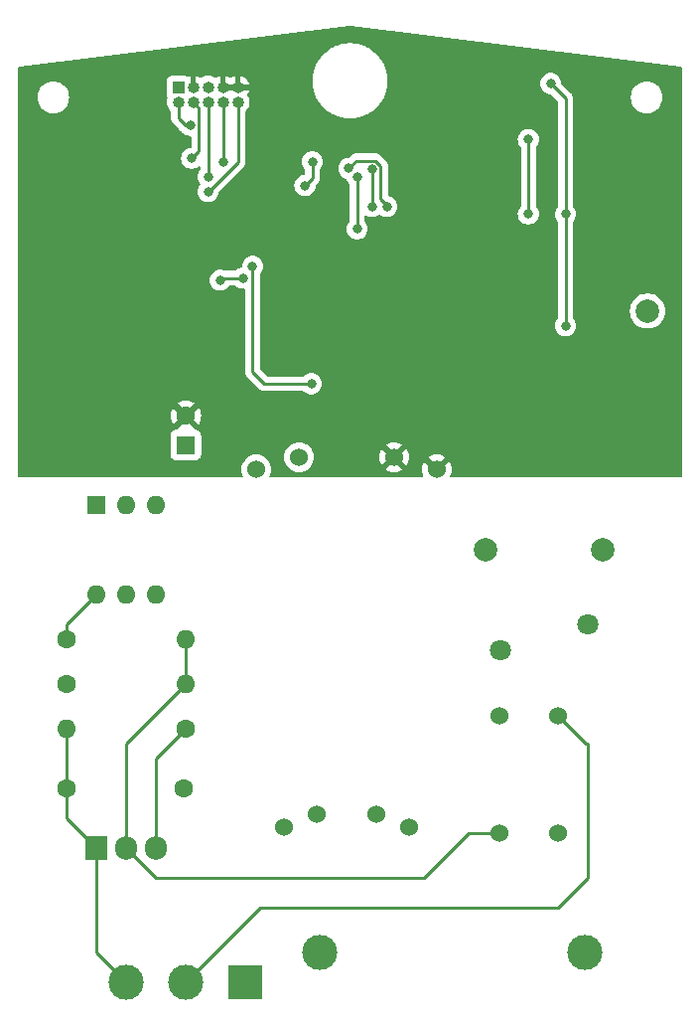
<source format=gbr>
%TF.GenerationSoftware,KiCad,Pcbnew,7.0.9*%
%TF.CreationDate,2023-12-31T17:17:44+01:00*%
%TF.ProjectId,power_switch,706f7765-725f-4737-9769-7463682e6b69,rev?*%
%TF.SameCoordinates,Original*%
%TF.FileFunction,Copper,L2,Bot*%
%TF.FilePolarity,Positive*%
%FSLAX46Y46*%
G04 Gerber Fmt 4.6, Leading zero omitted, Abs format (unit mm)*
G04 Created by KiCad (PCBNEW 7.0.9) date 2023-12-31 17:17:44*
%MOMM*%
%LPD*%
G01*
G04 APERTURE LIST*
%TA.AperFunction,ComponentPad*%
%ADD10R,1.905000X2.000000*%
%TD*%
%TA.AperFunction,ComponentPad*%
%ADD11O,1.905000X2.000000*%
%TD*%
%TA.AperFunction,ComponentPad*%
%ADD12C,1.800000*%
%TD*%
%TA.AperFunction,ComponentPad*%
%ADD13C,1.600000*%
%TD*%
%TA.AperFunction,ComponentPad*%
%ADD14O,1.600000X1.600000*%
%TD*%
%TA.AperFunction,ComponentPad*%
%ADD15C,2.000000*%
%TD*%
%TA.AperFunction,ComponentPad*%
%ADD16R,1.000000X1.000000*%
%TD*%
%TA.AperFunction,ComponentPad*%
%ADD17O,1.000000X1.000000*%
%TD*%
%TA.AperFunction,ComponentPad*%
%ADD18C,3.000000*%
%TD*%
%TA.AperFunction,ComponentPad*%
%ADD19R,1.600000X1.600000*%
%TD*%
%TA.AperFunction,ComponentPad*%
%ADD20R,3.000000X3.000000*%
%TD*%
%TA.AperFunction,ComponentPad*%
%ADD21C,1.524000*%
%TD*%
%TA.AperFunction,ViaPad*%
%ADD22C,0.800000*%
%TD*%
%TA.AperFunction,Conductor*%
%ADD23C,0.250000*%
%TD*%
G04 APERTURE END LIST*
D10*
%TO.P,Q1,1,A1*%
%TO.N,L_OUT*%
X106680000Y-96520000D03*
D11*
%TO.P,Q1,2,A2*%
%TO.N,L_FUSED*%
X109220000Y-96520000D03*
%TO.P,Q1,3,G*%
%TO.N,Net-(Q1-G)*%
X111760000Y-96520000D03*
%TD*%
D12*
%TO.P,RV1,1*%
%TO.N,L_FUSED*%
X148590000Y-77470000D03*
%TO.P,RV1,2*%
%TO.N,N*%
X141090000Y-79670000D03*
%TD*%
D13*
%TO.P,R2,1*%
%TO.N,Net-(Q1-G)*%
X114300000Y-86360000D03*
D14*
%TO.P,R2,2*%
%TO.N,L_OUT*%
X104140000Y-86360000D03*
%TD*%
D15*
%TO.P,AE1,1,A*%
%TO.N,Net-(AE1-A)*%
X153670000Y-50800000D03*
%TD*%
D16*
%TO.P,J2,1,Pin_1*%
%TO.N,+3V3*%
X113655000Y-31760000D03*
D17*
%TO.P,J2,2,Pin_2*%
%TO.N,TMS*%
X113655000Y-33030000D03*
%TO.P,J2,3,Pin_3*%
%TO.N,GND*%
X114925000Y-31760000D03*
%TO.P,J2,4,Pin_4*%
%TO.N,TCK*%
X114925000Y-33030000D03*
%TO.P,J2,5,Pin_5*%
%TO.N,unconnected-(J2-Pin_5-Pad5)*%
X116195000Y-31760000D03*
%TO.P,J2,6,Pin_6*%
%TO.N,TDO*%
X116195000Y-33030000D03*
%TO.P,J2,7,Pin_7*%
%TO.N,GND*%
X117465000Y-31760000D03*
%TO.P,J2,8,Pin_8*%
%TO.N,TDI*%
X117465000Y-33030000D03*
%TO.P,J2,9,Pin_9*%
%TO.N,GND*%
X118735000Y-31760000D03*
%TO.P,J2,10,Pin_10*%
%TO.N,nSRST*%
X118735000Y-33030000D03*
%TD*%
D13*
%TO.P,R4,1*%
%TO.N,Net-(C5-Pad1)*%
X104140000Y-82550000D03*
D14*
%TO.P,R4,2*%
%TO.N,L_FUSED*%
X114300000Y-82550000D03*
%TD*%
D13*
%TO.P,C5,1*%
%TO.N,Net-(C5-Pad1)*%
X114140000Y-91440000D03*
%TO.P,C5,2*%
%TO.N,L_OUT*%
X104140000Y-91440000D03*
%TD*%
D18*
%TO.P,F1,1*%
%TO.N,L_IN*%
X125730000Y-105410000D03*
%TO.P,F1,2*%
%TO.N,L_FUSED*%
X148330000Y-105410000D03*
%TD*%
D19*
%TO.P,C2,1*%
%TO.N,+5V*%
X114300000Y-62230000D03*
D13*
%TO.P,C2,2*%
%TO.N,GND*%
X114300000Y-59730000D03*
%TD*%
%TO.P,R3,1*%
%TO.N,Net-(R3-Pad1)*%
X104140000Y-78740000D03*
D14*
%TO.P,R3,2*%
%TO.N,L_FUSED*%
X114300000Y-78740000D03*
%TD*%
D20*
%TO.P,J1,1,Pin_1*%
%TO.N,L_IN*%
X119380000Y-107950000D03*
D18*
%TO.P,J1,2,Pin_2*%
%TO.N,N*%
X114300000Y-107950000D03*
%TO.P,J1,3,Pin_3*%
%TO.N,L_OUT*%
X109220000Y-107950000D03*
%TD*%
D19*
%TO.P,U2,1*%
%TO.N,Net-(R1-Pad2)*%
X106670000Y-67320000D03*
D14*
%TO.P,U2,2*%
%TO.N,GND*%
X109210000Y-67320000D03*
%TO.P,U2,3,NC*%
%TO.N,unconnected-(U2-NC-Pad3)*%
X111750000Y-67320000D03*
%TO.P,U2,4*%
%TO.N,Net-(Q1-G)*%
X111750000Y-74940000D03*
%TO.P,U2,5,NC*%
%TO.N,unconnected-(U2-NC-Pad5)*%
X109210000Y-74940000D03*
%TO.P,U2,6*%
%TO.N,Net-(R3-Pad1)*%
X106670000Y-74940000D03*
%TD*%
D15*
%TO.P,C1,1*%
%TO.N,L_FUSED*%
X149860000Y-71120000D03*
%TO.P,C1,2*%
%TO.N,N*%
X139860000Y-71120000D03*
%TD*%
D21*
%TO.P,PS1,1,AC/L*%
%TO.N,Net-(PS1-AC{slash}L)*%
X133350000Y-94750000D03*
X130500000Y-93700000D03*
%TO.P,PS1,2,AC/N*%
%TO.N,Net-(PS1-AC{slash}N)*%
X122650000Y-94750000D03*
X125500000Y-93700000D03*
%TO.P,PS1,3,-Vout*%
%TO.N,GND*%
X135700000Y-64300000D03*
X132050000Y-63250000D03*
%TO.P,PS1,4,+Vout*%
%TO.N,+5V*%
X120300000Y-64300000D03*
X123950000Y-63250000D03*
%TD*%
%TO.P,FL1,1,1*%
%TO.N,L_FUSED*%
X141050000Y-95250000D03*
%TO.P,FL1,2,2*%
%TO.N,Net-(PS1-AC{slash}L)*%
X146050000Y-95250000D03*
%TO.P,FL1,3,3*%
%TO.N,N*%
X146050000Y-85250000D03*
%TO.P,FL1,4,4*%
%TO.N,Net-(PS1-AC{slash}N)*%
X141050000Y-85250000D03*
%TD*%
D22*
%TO.N,GND*%
X109220000Y-48260000D03*
X115570000Y-50800000D03*
X121920000Y-49530000D03*
X130810000Y-53340000D03*
X130810000Y-50800000D03*
X137795000Y-29000000D03*
X145000000Y-35000000D03*
X109000000Y-40000000D03*
X110000000Y-36000000D03*
X140000000Y-33000000D03*
X148000000Y-35000000D03*
X115000000Y-42000000D03*
X117179500Y-42000000D03*
%TO.N,+3V3*%
X146685000Y-42545000D03*
X119179500Y-48000000D03*
X146685000Y-52070000D03*
X145415000Y-31435000D03*
X117230500Y-48185100D03*
%TO.N,BTN2*%
X120000000Y-47000000D03*
X125000000Y-57000000D03*
%TO.N,TMS*%
X114700499Y-35014500D03*
%TO.N,TCK*%
X114791382Y-37808972D03*
%TO.N,SPI_SCK*%
X143510000Y-42545000D03*
X143510000Y-36195000D03*
%TO.N,SPI_MISO*%
X130175000Y-41910000D03*
X130175000Y-38735000D03*
%TO.N,SPI_CS2*%
X124460000Y-40114500D03*
X125095000Y-38100000D03*
%TO.N,SPI_RST*%
X128905000Y-43815000D03*
X128905000Y-39370000D03*
%TO.N,SPI_INT*%
X128198245Y-38663245D03*
X131445000Y-41910000D03*
%TO.N,TDO*%
X116205000Y-39370000D03*
%TO.N,TDI*%
X117475000Y-38100000D03*
%TO.N,nSRST*%
X116205000Y-40640000D03*
%TD*%
D23*
%TO.N,L_OUT*%
X106680000Y-96520000D02*
X106680000Y-105410000D01*
X104140000Y-93980000D02*
X106680000Y-96520000D01*
X104140000Y-86360000D02*
X104140000Y-91440000D01*
X104140000Y-91440000D02*
X104140000Y-93980000D01*
X106680000Y-105410000D02*
X109220000Y-107950000D01*
%TO.N,N*%
X148590000Y-87630000D02*
X148430000Y-87630000D01*
X148430000Y-87630000D02*
X146050000Y-85250000D01*
X120650000Y-101600000D02*
X146050000Y-101600000D01*
X146050000Y-101600000D02*
X148590000Y-99060000D01*
X114300000Y-107950000D02*
X120650000Y-101600000D01*
X148590000Y-99060000D02*
X148590000Y-87630000D01*
%TO.N,Net-(Q1-G)*%
X111760000Y-88900000D02*
X114300000Y-86360000D01*
X111760000Y-96520000D02*
X111760000Y-88900000D01*
%TO.N,Net-(R3-Pad1)*%
X104140000Y-78740000D02*
X104140000Y-77470000D01*
X104140000Y-77470000D02*
X106670000Y-74940000D01*
%TO.N,L_FUSED*%
X114300000Y-82550000D02*
X114300000Y-78740000D01*
X138430000Y-95250000D02*
X134620000Y-99060000D01*
X109220000Y-87630000D02*
X114300000Y-82550000D01*
X111760000Y-99060000D02*
X109220000Y-96520000D01*
X141050000Y-95250000D02*
X138430000Y-95250000D01*
X134620000Y-99060000D02*
X111760000Y-99060000D01*
X109220000Y-96520000D02*
X109220000Y-87630000D01*
%TO.N,+3V3*%
X146685000Y-32705000D02*
X145415000Y-31435000D01*
X117415600Y-48000000D02*
X117230500Y-48185100D01*
X146685000Y-52070000D02*
X146685000Y-42545000D01*
X146685000Y-42545000D02*
X146685000Y-32705000D01*
X119179500Y-48000000D02*
X117415600Y-48000000D01*
%TO.N,BTN2*%
X121000000Y-57000000D02*
X125000000Y-57000000D01*
X120000000Y-47000000D02*
X120000000Y-56000000D01*
X120000000Y-56000000D02*
X121000000Y-57000000D01*
%TO.N,TMS*%
X113655000Y-34369500D02*
X114300000Y-35014500D01*
X113655000Y-33030000D02*
X113655000Y-34369500D01*
X114300000Y-35014500D02*
X114700499Y-35014500D01*
%TO.N,TCK*%
X115424999Y-33529999D02*
X115424999Y-37175355D01*
X115424999Y-37175355D02*
X114791382Y-37808972D01*
X114925000Y-33030000D02*
X115424999Y-33529999D01*
%TO.N,SPI_SCK*%
X143510000Y-36195000D02*
X143510000Y-42545000D01*
%TO.N,SPI_MISO*%
X130175000Y-38735000D02*
X130175000Y-41910000D01*
%TO.N,SPI_CS2*%
X125095000Y-39479500D02*
X124460000Y-40114500D01*
X125095000Y-38100000D02*
X125095000Y-39479500D01*
%TO.N,SPI_RST*%
X128905000Y-43815000D02*
X128905000Y-39370000D01*
%TO.N,SPI_INT*%
X130900000Y-38434695D02*
X130475305Y-38010000D01*
X130475305Y-38010000D02*
X128851490Y-38010000D01*
X131445000Y-41820000D02*
X130900000Y-41275000D01*
X130900000Y-41275000D02*
X130900000Y-38434695D01*
X128851490Y-38010000D02*
X128198245Y-38663245D01*
X131445000Y-41910000D02*
X131445000Y-41820000D01*
%TO.N,TDO*%
X116195000Y-33030000D02*
X116195000Y-39360000D01*
X116195000Y-39360000D02*
X116205000Y-39370000D01*
%TO.N,TDI*%
X117465000Y-38090000D02*
X117475000Y-38100000D01*
X117465000Y-33030000D02*
X117465000Y-38090000D01*
%TO.N,nSRST*%
X118735000Y-38110000D02*
X116205000Y-40640000D01*
X118735000Y-33030000D02*
X118735000Y-38110000D01*
%TD*%
%TA.AperFunction,Conductor*%
%TO.N,GND*%
G36*
X156490722Y-29986987D02*
G01*
X156554836Y-30014751D01*
X156593764Y-30072771D01*
X156599500Y-30110049D01*
X156599500Y-64876000D01*
X156579815Y-64943039D01*
X156527011Y-64988794D01*
X156475500Y-65000000D01*
X136960689Y-65000000D01*
X136893650Y-64980315D01*
X136847895Y-64927511D01*
X136837951Y-64858353D01*
X136848307Y-64823596D01*
X136890419Y-64733284D01*
X136890424Y-64733270D01*
X136947573Y-64519986D01*
X136947575Y-64519976D01*
X136966821Y-64300000D01*
X136966821Y-64299999D01*
X136947575Y-64080023D01*
X136947573Y-64080013D01*
X136890424Y-63866729D01*
X136890420Y-63866720D01*
X136797098Y-63666590D01*
X136751740Y-63601811D01*
X136084903Y-64268647D01*
X136084949Y-64268102D01*
X136053734Y-64144838D01*
X135984187Y-64038388D01*
X135883843Y-63960287D01*
X135763578Y-63919000D01*
X135727447Y-63919000D01*
X136398187Y-63248258D01*
X136333409Y-63202900D01*
X136333407Y-63202899D01*
X136133284Y-63109580D01*
X136133270Y-63109575D01*
X135919986Y-63052426D01*
X135919976Y-63052424D01*
X135700001Y-63033179D01*
X135699999Y-63033179D01*
X135480023Y-63052424D01*
X135480013Y-63052426D01*
X135266729Y-63109575D01*
X135266720Y-63109579D01*
X135066586Y-63202903D01*
X135001812Y-63248257D01*
X135001811Y-63248258D01*
X135672554Y-63919000D01*
X135668431Y-63919000D01*
X135574579Y-63934661D01*
X135462749Y-63995180D01*
X135376629Y-64088731D01*
X135325552Y-64205177D01*
X135319894Y-64273448D01*
X134648258Y-63601812D01*
X134648257Y-63601812D01*
X134602903Y-63666586D01*
X134509579Y-63866720D01*
X134509575Y-63866729D01*
X134452426Y-64080013D01*
X134452424Y-64080023D01*
X134433179Y-64299999D01*
X134433179Y-64300000D01*
X134452424Y-64519976D01*
X134452426Y-64519986D01*
X134509575Y-64733270D01*
X134509580Y-64733284D01*
X134551693Y-64823596D01*
X134562185Y-64892673D01*
X134533665Y-64956457D01*
X134475188Y-64994696D01*
X134439311Y-65000000D01*
X121561241Y-65000000D01*
X121494202Y-64980315D01*
X121448447Y-64927511D01*
X121438503Y-64858353D01*
X121448859Y-64823596D01*
X121490891Y-64733456D01*
X121490894Y-64733450D01*
X121548070Y-64520068D01*
X121563164Y-64347534D01*
X121567323Y-64300002D01*
X121567323Y-64299997D01*
X121553748Y-64144838D01*
X121548070Y-64079932D01*
X121490894Y-63866550D01*
X121397534Y-63666339D01*
X121302419Y-63530500D01*
X121270827Y-63485381D01*
X121246715Y-63461269D01*
X121114620Y-63329174D01*
X121114616Y-63329171D01*
X121114615Y-63329170D01*
X121001552Y-63250002D01*
X122682677Y-63250002D01*
X122701929Y-63470062D01*
X122701930Y-63470070D01*
X122759104Y-63683445D01*
X122759105Y-63683447D01*
X122759106Y-63683450D01*
X122844486Y-63866548D01*
X122852466Y-63883662D01*
X122852468Y-63883666D01*
X122979170Y-64064615D01*
X122979175Y-64064621D01*
X123135378Y-64220824D01*
X123135384Y-64220829D01*
X123316333Y-64347531D01*
X123316335Y-64347532D01*
X123316338Y-64347534D01*
X123516550Y-64440894D01*
X123729932Y-64498070D01*
X123880801Y-64511269D01*
X123949998Y-64517323D01*
X123950000Y-64517323D01*
X123950002Y-64517323D01*
X124019199Y-64511269D01*
X124170068Y-64498070D01*
X124383450Y-64440894D01*
X124583662Y-64347534D01*
X124764620Y-64220826D01*
X124920826Y-64064620D01*
X125047534Y-63883662D01*
X125140894Y-63683450D01*
X125198070Y-63470068D01*
X125217323Y-63250000D01*
X130783179Y-63250000D01*
X130802424Y-63469976D01*
X130802426Y-63469986D01*
X130859575Y-63683270D01*
X130859580Y-63683284D01*
X130952899Y-63883407D01*
X130952900Y-63883409D01*
X130998258Y-63948187D01*
X131665096Y-63281349D01*
X131665051Y-63281898D01*
X131696266Y-63405162D01*
X131765813Y-63511612D01*
X131866157Y-63589713D01*
X131986422Y-63631000D01*
X132022553Y-63631000D01*
X131351811Y-64301741D01*
X131416582Y-64347094D01*
X131416592Y-64347100D01*
X131616715Y-64440419D01*
X131616729Y-64440424D01*
X131830013Y-64497573D01*
X131830023Y-64497575D01*
X132049999Y-64516821D01*
X132050001Y-64516821D01*
X132269976Y-64497575D01*
X132269986Y-64497573D01*
X132483270Y-64440424D01*
X132483284Y-64440419D01*
X132683408Y-64347100D01*
X132683420Y-64347093D01*
X132748186Y-64301742D01*
X132748187Y-64301740D01*
X132077448Y-63631000D01*
X132081569Y-63631000D01*
X132175421Y-63615339D01*
X132287251Y-63554820D01*
X132373371Y-63461269D01*
X132424448Y-63344823D01*
X132430105Y-63276552D01*
X133101740Y-63948187D01*
X133101742Y-63948186D01*
X133147093Y-63883420D01*
X133147100Y-63883408D01*
X133240419Y-63683284D01*
X133240424Y-63683270D01*
X133297573Y-63469986D01*
X133297575Y-63469976D01*
X133316821Y-63250000D01*
X133316821Y-63249999D01*
X133297575Y-63030023D01*
X133297573Y-63030013D01*
X133240424Y-62816729D01*
X133240420Y-62816720D01*
X133147098Y-62616590D01*
X133101740Y-62551811D01*
X132434903Y-63218648D01*
X132434949Y-63218102D01*
X132403734Y-63094838D01*
X132334187Y-62988388D01*
X132233843Y-62910287D01*
X132113578Y-62869000D01*
X132077447Y-62869000D01*
X132748187Y-62198258D01*
X132683409Y-62152900D01*
X132683407Y-62152899D01*
X132483284Y-62059580D01*
X132483270Y-62059575D01*
X132269986Y-62002426D01*
X132269976Y-62002424D01*
X132050001Y-61983179D01*
X132049999Y-61983179D01*
X131830023Y-62002424D01*
X131830013Y-62002426D01*
X131616729Y-62059575D01*
X131616720Y-62059579D01*
X131416586Y-62152903D01*
X131351812Y-62198257D01*
X131351811Y-62198258D01*
X132022554Y-62869000D01*
X132018431Y-62869000D01*
X131924579Y-62884661D01*
X131812749Y-62945180D01*
X131726629Y-63038731D01*
X131675552Y-63155177D01*
X131669894Y-63223447D01*
X130998258Y-62551811D01*
X130998257Y-62551812D01*
X130952903Y-62616586D01*
X130859579Y-62816720D01*
X130859575Y-62816729D01*
X130802426Y-63030013D01*
X130802424Y-63030023D01*
X130783179Y-63249999D01*
X130783179Y-63250000D01*
X125217323Y-63250000D01*
X125214532Y-63218102D01*
X125204997Y-63109107D01*
X125198070Y-63029932D01*
X125140894Y-62816550D01*
X125047534Y-62616339D01*
X124920826Y-62435380D01*
X124764620Y-62279174D01*
X124764616Y-62279171D01*
X124764615Y-62279170D01*
X124583666Y-62152468D01*
X124583662Y-62152466D01*
X124583660Y-62152465D01*
X124383450Y-62059106D01*
X124383447Y-62059105D01*
X124383445Y-62059104D01*
X124170070Y-62001930D01*
X124170062Y-62001929D01*
X123950002Y-61982677D01*
X123949998Y-61982677D01*
X123729937Y-62001929D01*
X123729929Y-62001930D01*
X123516554Y-62059104D01*
X123516548Y-62059107D01*
X123316340Y-62152465D01*
X123316338Y-62152466D01*
X123135377Y-62279175D01*
X122979175Y-62435377D01*
X122852466Y-62616338D01*
X122852465Y-62616340D01*
X122759107Y-62816548D01*
X122759104Y-62816554D01*
X122701930Y-63029929D01*
X122701929Y-63029937D01*
X122682677Y-63249997D01*
X122682677Y-63250002D01*
X121001552Y-63250002D01*
X120933666Y-63202468D01*
X120933662Y-63202466D01*
X120933660Y-63202465D01*
X120733450Y-63109106D01*
X120733447Y-63109105D01*
X120733445Y-63109104D01*
X120520070Y-63051930D01*
X120520062Y-63051929D01*
X120300002Y-63032677D01*
X120299998Y-63032677D01*
X120079937Y-63051929D01*
X120079929Y-63051930D01*
X119866554Y-63109104D01*
X119866548Y-63109107D01*
X119666340Y-63202465D01*
X119666338Y-63202466D01*
X119485377Y-63329175D01*
X119329175Y-63485377D01*
X119202466Y-63666338D01*
X119202465Y-63666340D01*
X119109107Y-63866548D01*
X119109104Y-63866554D01*
X119051930Y-64079929D01*
X119051929Y-64079937D01*
X119032677Y-64299997D01*
X119032677Y-64300002D01*
X119051929Y-64520062D01*
X119051930Y-64520070D01*
X119109104Y-64733445D01*
X119109108Y-64733456D01*
X119151141Y-64823596D01*
X119161633Y-64892673D01*
X119133113Y-64956457D01*
X119074636Y-64994696D01*
X119038759Y-65000000D01*
X100124500Y-65000000D01*
X100057461Y-64980315D01*
X100011706Y-64927511D01*
X100000500Y-64876000D01*
X100000500Y-59730002D01*
X112995034Y-59730002D01*
X113014858Y-59956599D01*
X113014860Y-59956610D01*
X113073730Y-60176317D01*
X113073734Y-60176326D01*
X113169865Y-60382481D01*
X113169866Y-60382483D01*
X113220973Y-60455471D01*
X113220974Y-60455472D01*
X113902046Y-59774399D01*
X113914835Y-59855148D01*
X113972359Y-59968045D01*
X114061955Y-60057641D01*
X114174852Y-60115165D01*
X114255599Y-60127953D01*
X113569351Y-60814200D01*
X113559505Y-60863194D01*
X113510889Y-60913376D01*
X113455367Y-60928048D01*
X113455423Y-60929099D01*
X113455429Y-60929146D01*
X113455426Y-60929146D01*
X113455436Y-60929324D01*
X113452123Y-60929501D01*
X113392516Y-60935908D01*
X113257671Y-60986202D01*
X113257664Y-60986206D01*
X113142455Y-61072452D01*
X113142452Y-61072455D01*
X113056206Y-61187664D01*
X113056202Y-61187671D01*
X113005908Y-61322517D01*
X112999501Y-61382116D01*
X112999501Y-61382123D01*
X112999500Y-61382135D01*
X112999500Y-63077870D01*
X112999501Y-63077876D01*
X113005908Y-63137483D01*
X113056202Y-63272328D01*
X113056206Y-63272335D01*
X113142452Y-63387544D01*
X113142455Y-63387547D01*
X113257664Y-63473793D01*
X113257671Y-63473797D01*
X113392517Y-63524091D01*
X113392516Y-63524091D01*
X113399444Y-63524835D01*
X113452127Y-63530500D01*
X115147872Y-63530499D01*
X115207483Y-63524091D01*
X115342331Y-63473796D01*
X115457546Y-63387546D01*
X115543796Y-63272331D01*
X115594091Y-63137483D01*
X115600500Y-63077873D01*
X115600499Y-61382128D01*
X115594091Y-61322517D01*
X115543796Y-61187669D01*
X115543795Y-61187668D01*
X115543793Y-61187664D01*
X115457547Y-61072455D01*
X115457544Y-61072452D01*
X115342335Y-60986206D01*
X115342328Y-60986202D01*
X115207482Y-60935908D01*
X115207483Y-60935908D01*
X115147883Y-60929501D01*
X115147881Y-60929500D01*
X115147873Y-60929500D01*
X115147864Y-60929500D01*
X115144548Y-60929322D01*
X115144627Y-60927847D01*
X115083215Y-60909815D01*
X115037460Y-60857011D01*
X115029969Y-60813522D01*
X114344401Y-60127953D01*
X114425148Y-60115165D01*
X114538045Y-60057641D01*
X114627641Y-59968045D01*
X114685165Y-59855148D01*
X114697953Y-59774400D01*
X115379025Y-60455472D01*
X115430136Y-60382478D01*
X115526264Y-60176331D01*
X115526269Y-60176317D01*
X115585139Y-59956610D01*
X115585141Y-59956599D01*
X115604966Y-59730002D01*
X115604966Y-59729997D01*
X115585141Y-59503400D01*
X115585139Y-59503389D01*
X115526269Y-59283682D01*
X115526265Y-59283673D01*
X115430133Y-59077516D01*
X115430131Y-59077512D01*
X115379026Y-59004526D01*
X115379025Y-59004526D01*
X114697953Y-59685598D01*
X114685165Y-59604852D01*
X114627641Y-59491955D01*
X114538045Y-59402359D01*
X114425148Y-59344835D01*
X114344400Y-59332046D01*
X115025472Y-58650974D01*
X115025471Y-58650973D01*
X114952483Y-58599866D01*
X114952481Y-58599865D01*
X114746326Y-58503734D01*
X114746317Y-58503730D01*
X114526610Y-58444860D01*
X114526599Y-58444858D01*
X114300002Y-58425034D01*
X114299998Y-58425034D01*
X114073400Y-58444858D01*
X114073389Y-58444860D01*
X113853682Y-58503730D01*
X113853673Y-58503734D01*
X113647513Y-58599868D01*
X113574527Y-58650972D01*
X113574526Y-58650973D01*
X114255600Y-59332046D01*
X114174852Y-59344835D01*
X114061955Y-59402359D01*
X113972359Y-59491955D01*
X113914835Y-59604852D01*
X113902046Y-59685599D01*
X113220973Y-59004526D01*
X113220972Y-59004527D01*
X113169868Y-59077513D01*
X113073734Y-59283673D01*
X113073730Y-59283682D01*
X113014860Y-59503389D01*
X113014858Y-59503400D01*
X112995034Y-59729997D01*
X112995034Y-59730002D01*
X100000500Y-59730002D01*
X100000500Y-48185100D01*
X116325040Y-48185100D01*
X116344826Y-48373356D01*
X116344827Y-48373359D01*
X116403318Y-48553377D01*
X116403321Y-48553384D01*
X116497967Y-48717316D01*
X116558143Y-48784148D01*
X116624629Y-48857988D01*
X116777765Y-48969248D01*
X116777770Y-48969251D01*
X116950692Y-49046242D01*
X116950697Y-49046244D01*
X117135854Y-49085600D01*
X117135855Y-49085600D01*
X117325144Y-49085600D01*
X117325146Y-49085600D01*
X117510303Y-49046244D01*
X117683230Y-48969251D01*
X117836371Y-48857988D01*
X117963033Y-48717316D01*
X117980247Y-48687499D01*
X118030813Y-48639285D01*
X118087634Y-48625500D01*
X118475752Y-48625500D01*
X118542791Y-48645185D01*
X118567900Y-48666526D01*
X118573626Y-48672885D01*
X118573630Y-48672889D01*
X118726765Y-48784148D01*
X118726770Y-48784151D01*
X118899692Y-48861142D01*
X118899697Y-48861144D01*
X119084854Y-48900500D01*
X119084855Y-48900500D01*
X119250500Y-48900500D01*
X119317539Y-48920185D01*
X119363294Y-48972989D01*
X119374500Y-49024500D01*
X119374500Y-55917255D01*
X119372775Y-55932872D01*
X119373061Y-55932899D01*
X119372326Y-55940665D01*
X119374500Y-56009814D01*
X119374500Y-56039343D01*
X119374501Y-56039360D01*
X119375368Y-56046231D01*
X119375826Y-56052050D01*
X119377290Y-56098624D01*
X119377291Y-56098627D01*
X119382880Y-56117867D01*
X119386824Y-56136911D01*
X119389336Y-56156791D01*
X119406490Y-56200119D01*
X119408382Y-56205647D01*
X119421381Y-56250388D01*
X119431580Y-56267634D01*
X119440136Y-56285100D01*
X119447514Y-56303732D01*
X119472542Y-56338181D01*
X119474898Y-56341423D01*
X119478106Y-56346307D01*
X119501827Y-56386416D01*
X119501833Y-56386424D01*
X119515990Y-56400580D01*
X119528628Y-56415376D01*
X119540405Y-56431586D01*
X119540406Y-56431587D01*
X119576309Y-56461288D01*
X119580620Y-56465210D01*
X120115410Y-57000000D01*
X120499194Y-57383784D01*
X120509019Y-57396048D01*
X120509240Y-57395866D01*
X120514210Y-57401873D01*
X120514213Y-57401876D01*
X120514214Y-57401877D01*
X120564651Y-57449241D01*
X120585530Y-57470120D01*
X120591004Y-57474366D01*
X120595442Y-57478156D01*
X120629418Y-57510062D01*
X120629422Y-57510064D01*
X120646973Y-57519713D01*
X120663231Y-57530392D01*
X120679064Y-57542674D01*
X120701015Y-57552172D01*
X120721837Y-57561183D01*
X120727081Y-57563752D01*
X120767908Y-57586197D01*
X120787312Y-57591179D01*
X120805710Y-57597478D01*
X120824105Y-57605438D01*
X120870129Y-57612726D01*
X120875832Y-57613907D01*
X120920981Y-57625500D01*
X120941016Y-57625500D01*
X120960413Y-57627026D01*
X120980196Y-57630160D01*
X121026584Y-57625775D01*
X121032422Y-57625500D01*
X124296252Y-57625500D01*
X124363291Y-57645185D01*
X124388400Y-57666526D01*
X124394126Y-57672885D01*
X124394130Y-57672889D01*
X124547265Y-57784148D01*
X124547270Y-57784151D01*
X124720192Y-57861142D01*
X124720197Y-57861144D01*
X124905354Y-57900500D01*
X124905355Y-57900500D01*
X125094644Y-57900500D01*
X125094646Y-57900500D01*
X125279803Y-57861144D01*
X125452730Y-57784151D01*
X125605871Y-57672888D01*
X125732533Y-57532216D01*
X125827179Y-57368284D01*
X125885674Y-57188256D01*
X125905460Y-57000000D01*
X125885674Y-56811744D01*
X125827179Y-56631716D01*
X125732533Y-56467784D01*
X125605871Y-56327112D01*
X125605870Y-56327111D01*
X125452734Y-56215851D01*
X125452729Y-56215848D01*
X125279807Y-56138857D01*
X125279802Y-56138855D01*
X125134001Y-56107865D01*
X125094646Y-56099500D01*
X124905354Y-56099500D01*
X124872897Y-56106398D01*
X124720197Y-56138855D01*
X124720192Y-56138857D01*
X124547270Y-56215848D01*
X124547265Y-56215851D01*
X124394130Y-56327110D01*
X124394126Y-56327114D01*
X124388400Y-56333474D01*
X124328913Y-56370121D01*
X124296252Y-56374500D01*
X121310452Y-56374500D01*
X121243413Y-56354815D01*
X121222771Y-56338181D01*
X120661819Y-55777228D01*
X120628334Y-55715905D01*
X120625500Y-55689547D01*
X120625500Y-47698687D01*
X120645185Y-47631648D01*
X120657350Y-47615715D01*
X120675891Y-47595122D01*
X120732533Y-47532216D01*
X120827179Y-47368284D01*
X120885674Y-47188256D01*
X120905460Y-47000000D01*
X120885674Y-46811744D01*
X120827179Y-46631716D01*
X120732533Y-46467784D01*
X120605871Y-46327112D01*
X120605870Y-46327111D01*
X120452734Y-46215851D01*
X120452729Y-46215848D01*
X120279807Y-46138857D01*
X120279802Y-46138855D01*
X120134001Y-46107865D01*
X120094646Y-46099500D01*
X119905354Y-46099500D01*
X119872897Y-46106398D01*
X119720197Y-46138855D01*
X119720192Y-46138857D01*
X119547270Y-46215848D01*
X119547265Y-46215851D01*
X119394129Y-46327111D01*
X119267466Y-46467785D01*
X119172821Y-46631715D01*
X119172818Y-46631722D01*
X119114327Y-46811740D01*
X119114326Y-46811744D01*
X119094540Y-47000000D01*
X119093861Y-47006463D01*
X119091832Y-47006249D01*
X119074855Y-47064067D01*
X119022051Y-47109822D01*
X118996321Y-47118318D01*
X118899697Y-47138855D01*
X118899692Y-47138857D01*
X118726770Y-47215848D01*
X118726765Y-47215851D01*
X118573630Y-47327110D01*
X118573626Y-47327114D01*
X118567900Y-47333474D01*
X118508413Y-47370121D01*
X118475752Y-47374500D01*
X117650182Y-47374500D01*
X117599746Y-47363779D01*
X117510306Y-47323957D01*
X117510302Y-47323955D01*
X117364501Y-47292965D01*
X117325146Y-47284600D01*
X117135854Y-47284600D01*
X117103397Y-47291498D01*
X116950697Y-47323955D01*
X116950692Y-47323957D01*
X116777770Y-47400948D01*
X116777765Y-47400951D01*
X116624629Y-47512211D01*
X116497966Y-47652885D01*
X116403321Y-47816815D01*
X116403318Y-47816822D01*
X116344827Y-47996840D01*
X116344826Y-47996844D01*
X116325040Y-48185100D01*
X100000500Y-48185100D01*
X100000500Y-32600000D01*
X101644341Y-32600000D01*
X101664936Y-32835403D01*
X101664938Y-32835413D01*
X101726094Y-33063655D01*
X101726096Y-33063659D01*
X101726097Y-33063663D01*
X101733731Y-33080033D01*
X101825964Y-33277828D01*
X101825965Y-33277830D01*
X101961505Y-33471402D01*
X102128597Y-33638494D01*
X102322169Y-33774034D01*
X102322171Y-33774035D01*
X102536337Y-33873903D01*
X102764592Y-33935063D01*
X102941034Y-33950500D01*
X103058966Y-33950500D01*
X103235408Y-33935063D01*
X103463663Y-33873903D01*
X103677829Y-33774035D01*
X103871401Y-33638495D01*
X104038495Y-33471401D01*
X104174035Y-33277830D01*
X104273903Y-33063663D01*
X104282923Y-33030000D01*
X112649659Y-33030000D01*
X112668975Y-33226129D01*
X112726188Y-33414733D01*
X112819086Y-33588532D01*
X112819090Y-33588539D01*
X112944117Y-33740884D01*
X112984163Y-33773748D01*
X113023499Y-33831493D01*
X113029500Y-33869602D01*
X113029500Y-34286755D01*
X113027775Y-34302372D01*
X113028061Y-34302399D01*
X113027326Y-34310165D01*
X113029500Y-34379314D01*
X113029500Y-34408843D01*
X113029501Y-34408860D01*
X113030368Y-34415731D01*
X113030826Y-34421550D01*
X113032290Y-34468124D01*
X113032291Y-34468127D01*
X113037880Y-34487367D01*
X113041824Y-34506411D01*
X113044336Y-34526291D01*
X113061490Y-34569619D01*
X113063382Y-34575147D01*
X113076381Y-34619888D01*
X113086580Y-34637134D01*
X113095138Y-34654603D01*
X113102514Y-34673232D01*
X113129898Y-34710923D01*
X113133106Y-34715807D01*
X113156827Y-34755916D01*
X113156833Y-34755924D01*
X113170990Y-34770080D01*
X113183628Y-34784876D01*
X113195405Y-34801086D01*
X113195406Y-34801087D01*
X113231309Y-34830788D01*
X113235620Y-34834710D01*
X113695410Y-35294500D01*
X113799194Y-35398284D01*
X113809019Y-35410548D01*
X113809240Y-35410366D01*
X113814210Y-35416373D01*
X113814213Y-35416376D01*
X113814214Y-35416377D01*
X113864651Y-35463741D01*
X113885530Y-35484620D01*
X113891004Y-35488866D01*
X113895442Y-35492656D01*
X113929418Y-35524562D01*
X113929422Y-35524564D01*
X113946976Y-35534215D01*
X113963185Y-35544857D01*
X113964703Y-35546035D01*
X113980885Y-35561065D01*
X114072475Y-35662785D01*
X114094628Y-35687388D01*
X114094634Y-35687393D01*
X114247764Y-35798648D01*
X114247769Y-35798651D01*
X114420691Y-35875642D01*
X114420696Y-35875644D01*
X114605853Y-35915000D01*
X114605854Y-35915000D01*
X114675499Y-35915000D01*
X114742538Y-35934685D01*
X114788293Y-35987489D01*
X114799499Y-36039000D01*
X114799499Y-36786216D01*
X114779814Y-36853255D01*
X114727010Y-36899010D01*
X114701280Y-36907506D01*
X114511579Y-36947827D01*
X114511574Y-36947829D01*
X114338652Y-37024820D01*
X114338647Y-37024823D01*
X114185511Y-37136083D01*
X114058848Y-37276757D01*
X113964203Y-37440687D01*
X113964200Y-37440694D01*
X113907068Y-37616530D01*
X113905708Y-37620716D01*
X113885922Y-37808972D01*
X113905708Y-37997228D01*
X113905709Y-37997231D01*
X113964200Y-38177249D01*
X113964203Y-38177256D01*
X114058849Y-38341188D01*
X114168556Y-38463030D01*
X114185511Y-38481860D01*
X114338647Y-38593120D01*
X114338652Y-38593123D01*
X114511574Y-38670114D01*
X114511579Y-38670116D01*
X114696736Y-38709472D01*
X114696737Y-38709472D01*
X114886026Y-38709472D01*
X114886028Y-38709472D01*
X115071185Y-38670116D01*
X115244112Y-38593123D01*
X115372617Y-38499758D01*
X115438421Y-38476280D01*
X115506475Y-38492105D01*
X115555169Y-38542211D01*
X115569500Y-38600078D01*
X115569500Y-38682419D01*
X115549815Y-38749458D01*
X115537650Y-38765391D01*
X115472466Y-38837785D01*
X115377821Y-39001715D01*
X115377818Y-39001722D01*
X115348664Y-39091450D01*
X115319326Y-39181744D01*
X115299540Y-39370000D01*
X115319326Y-39558256D01*
X115319327Y-39558259D01*
X115377818Y-39738277D01*
X115377821Y-39738284D01*
X115472467Y-39902216D01*
X115482806Y-39913699D01*
X115490307Y-39922030D01*
X115520535Y-39985022D01*
X115511909Y-40054357D01*
X115490307Y-40087970D01*
X115472466Y-40107785D01*
X115377821Y-40271715D01*
X115377818Y-40271722D01*
X115367735Y-40302756D01*
X115319326Y-40451744D01*
X115299540Y-40640000D01*
X115319326Y-40828256D01*
X115319327Y-40828259D01*
X115377818Y-41008277D01*
X115377821Y-41008284D01*
X115472467Y-41172216D01*
X115530899Y-41237111D01*
X115599129Y-41312888D01*
X115752265Y-41424148D01*
X115752270Y-41424151D01*
X115925192Y-41501142D01*
X115925197Y-41501144D01*
X116110354Y-41540500D01*
X116110355Y-41540500D01*
X116299644Y-41540500D01*
X116299646Y-41540500D01*
X116484803Y-41501144D01*
X116657730Y-41424151D01*
X116810871Y-41312888D01*
X116937533Y-41172216D01*
X117032179Y-41008284D01*
X117090674Y-40828256D01*
X117108321Y-40660344D01*
X117134904Y-40595734D01*
X117143951Y-40585638D01*
X117615089Y-40114500D01*
X123554540Y-40114500D01*
X123574326Y-40302756D01*
X123574327Y-40302759D01*
X123632818Y-40482777D01*
X123632821Y-40482784D01*
X123727467Y-40646716D01*
X123854129Y-40787388D01*
X124007265Y-40898648D01*
X124007270Y-40898651D01*
X124180192Y-40975642D01*
X124180197Y-40975644D01*
X124365354Y-41015000D01*
X124365355Y-41015000D01*
X124554644Y-41015000D01*
X124554646Y-41015000D01*
X124739803Y-40975644D01*
X124912730Y-40898651D01*
X125065871Y-40787388D01*
X125192533Y-40646716D01*
X125287179Y-40482784D01*
X125345674Y-40302756D01*
X125363321Y-40134845D01*
X125389905Y-40070232D01*
X125398952Y-40060136D01*
X125478786Y-39980302D01*
X125491048Y-39970480D01*
X125490865Y-39970259D01*
X125496867Y-39965292D01*
X125496877Y-39965286D01*
X125544241Y-39914848D01*
X125565120Y-39893970D01*
X125569373Y-39888486D01*
X125573150Y-39884063D01*
X125605062Y-39850082D01*
X125614714Y-39832523D01*
X125625389Y-39816272D01*
X125637674Y-39800436D01*
X125656186Y-39757652D01*
X125658742Y-39752435D01*
X125681197Y-39711592D01*
X125686180Y-39692180D01*
X125692477Y-39673791D01*
X125700438Y-39655395D01*
X125707729Y-39609353D01*
X125708908Y-39603662D01*
X125720500Y-39558519D01*
X125720500Y-39538483D01*
X125722027Y-39519082D01*
X125725160Y-39499304D01*
X125720775Y-39452915D01*
X125720500Y-39447077D01*
X125720500Y-38798687D01*
X125740185Y-38731648D01*
X125752350Y-38715715D01*
X125770891Y-38695122D01*
X125799594Y-38663245D01*
X127292785Y-38663245D01*
X127312571Y-38851501D01*
X127312572Y-38851504D01*
X127371063Y-39031522D01*
X127371066Y-39031529D01*
X127465712Y-39195461D01*
X127517842Y-39253357D01*
X127592374Y-39336133D01*
X127745510Y-39447393D01*
X127745515Y-39447396D01*
X127918436Y-39524387D01*
X127918439Y-39524388D01*
X127918440Y-39524388D01*
X127918442Y-39524389D01*
X127944961Y-39530025D01*
X128006441Y-39563215D01*
X128037112Y-39612997D01*
X128077818Y-39738277D01*
X128077821Y-39738284D01*
X128172467Y-39902216D01*
X128215772Y-39950310D01*
X128247650Y-39985715D01*
X128277880Y-40048706D01*
X128279500Y-40068687D01*
X128279500Y-43116312D01*
X128259815Y-43183351D01*
X128247650Y-43199284D01*
X128172466Y-43282784D01*
X128077821Y-43446715D01*
X128077818Y-43446722D01*
X128019327Y-43626740D01*
X128019326Y-43626744D01*
X127999540Y-43815000D01*
X128019326Y-44003256D01*
X128019327Y-44003259D01*
X128077818Y-44183277D01*
X128077821Y-44183284D01*
X128172467Y-44347216D01*
X128299129Y-44487888D01*
X128452265Y-44599148D01*
X128452270Y-44599151D01*
X128625192Y-44676142D01*
X128625197Y-44676144D01*
X128810354Y-44715500D01*
X128810355Y-44715500D01*
X128999644Y-44715500D01*
X128999646Y-44715500D01*
X129184803Y-44676144D01*
X129357730Y-44599151D01*
X129510871Y-44487888D01*
X129637533Y-44347216D01*
X129732179Y-44183284D01*
X129790674Y-44003256D01*
X129810460Y-43815000D01*
X129790674Y-43626744D01*
X129732179Y-43446716D01*
X129637533Y-43282784D01*
X129584339Y-43223706D01*
X129562350Y-43199284D01*
X129532120Y-43136292D01*
X129530500Y-43116312D01*
X129530500Y-42798185D01*
X129550185Y-42731146D01*
X129602989Y-42685391D01*
X129672147Y-42675447D01*
X129715373Y-42693087D01*
X129716637Y-42690899D01*
X129722270Y-42694151D01*
X129895192Y-42771142D01*
X129895197Y-42771144D01*
X130080354Y-42810500D01*
X130080355Y-42810500D01*
X130269644Y-42810500D01*
X130269646Y-42810500D01*
X130454803Y-42771144D01*
X130627730Y-42694151D01*
X130737117Y-42614676D01*
X130802920Y-42591198D01*
X130870974Y-42607023D01*
X130882871Y-42614668D01*
X130966526Y-42675447D01*
X130992270Y-42694151D01*
X131165192Y-42771142D01*
X131165197Y-42771144D01*
X131350354Y-42810500D01*
X131350355Y-42810500D01*
X131539644Y-42810500D01*
X131539646Y-42810500D01*
X131724803Y-42771144D01*
X131897730Y-42694151D01*
X132050871Y-42582888D01*
X132084986Y-42545000D01*
X142604540Y-42545000D01*
X142624326Y-42733256D01*
X142624327Y-42733259D01*
X142682818Y-42913277D01*
X142682821Y-42913284D01*
X142777467Y-43077216D01*
X142852650Y-43160715D01*
X142904129Y-43217888D01*
X143057265Y-43329148D01*
X143057270Y-43329151D01*
X143230192Y-43406142D01*
X143230197Y-43406144D01*
X143415354Y-43445500D01*
X143415355Y-43445500D01*
X143604644Y-43445500D01*
X143604646Y-43445500D01*
X143789803Y-43406144D01*
X143962730Y-43329151D01*
X144115871Y-43217888D01*
X144242533Y-43077216D01*
X144337179Y-42913284D01*
X144395674Y-42733256D01*
X144415460Y-42545000D01*
X144395674Y-42356744D01*
X144337179Y-42176716D01*
X144242533Y-42012784D01*
X144167350Y-41929284D01*
X144137120Y-41866292D01*
X144135500Y-41846312D01*
X144135500Y-36893687D01*
X144155185Y-36826648D01*
X144167350Y-36810715D01*
X144189409Y-36786216D01*
X144242533Y-36727216D01*
X144337179Y-36563284D01*
X144395674Y-36383256D01*
X144415460Y-36195000D01*
X144395674Y-36006744D01*
X144337179Y-35826716D01*
X144242533Y-35662784D01*
X144115871Y-35522112D01*
X144115870Y-35522111D01*
X143962734Y-35410851D01*
X143962729Y-35410848D01*
X143789807Y-35333857D01*
X143789802Y-35333855D01*
X143644001Y-35302865D01*
X143604646Y-35294500D01*
X143415354Y-35294500D01*
X143382897Y-35301398D01*
X143230197Y-35333855D01*
X143230192Y-35333857D01*
X143057270Y-35410848D01*
X143057265Y-35410851D01*
X142904129Y-35522111D01*
X142777466Y-35662785D01*
X142682821Y-35826715D01*
X142682818Y-35826722D01*
X142630582Y-35987489D01*
X142624326Y-36006744D01*
X142604540Y-36195000D01*
X142624326Y-36383256D01*
X142624327Y-36383259D01*
X142682818Y-36563277D01*
X142682821Y-36563284D01*
X142777467Y-36727216D01*
X142820772Y-36775310D01*
X142852650Y-36810715D01*
X142882880Y-36873706D01*
X142884500Y-36893687D01*
X142884500Y-41846312D01*
X142864815Y-41913351D01*
X142852650Y-41929284D01*
X142777466Y-42012784D01*
X142682821Y-42176715D01*
X142682818Y-42176722D01*
X142649819Y-42278284D01*
X142624326Y-42356744D01*
X142604540Y-42545000D01*
X132084986Y-42545000D01*
X132177533Y-42442216D01*
X132272179Y-42278284D01*
X132330674Y-42098256D01*
X132350460Y-41910000D01*
X132330674Y-41721744D01*
X132272179Y-41541716D01*
X132177533Y-41377784D01*
X132050871Y-41237112D01*
X132050870Y-41237111D01*
X131897734Y-41125851D01*
X131897729Y-41125848D01*
X131724807Y-41048857D01*
X131724802Y-41048855D01*
X131623719Y-41027370D01*
X131562237Y-40994178D01*
X131528461Y-40933015D01*
X131525500Y-40906080D01*
X131525500Y-38517432D01*
X131527224Y-38501818D01*
X131526938Y-38501791D01*
X131527672Y-38494028D01*
X131525500Y-38424897D01*
X131525500Y-38395346D01*
X131525500Y-38395345D01*
X131524629Y-38388454D01*
X131524172Y-38382640D01*
X131522709Y-38336069D01*
X131522709Y-38336067D01*
X131517120Y-38316832D01*
X131513174Y-38297779D01*
X131512818Y-38294960D01*
X131510664Y-38277903D01*
X131493501Y-38234554D01*
X131491614Y-38229041D01*
X131478617Y-38184305D01*
X131478616Y-38184303D01*
X131468421Y-38167064D01*
X131459860Y-38149588D01*
X131458308Y-38145670D01*
X131452486Y-38130963D01*
X131452486Y-38130962D01*
X131442474Y-38117183D01*
X131425083Y-38093245D01*
X131421900Y-38088400D01*
X131398170Y-38048274D01*
X131398165Y-38048268D01*
X131384005Y-38034108D01*
X131371370Y-38019315D01*
X131359593Y-38003107D01*
X131323693Y-37973408D01*
X131319381Y-37969485D01*
X130976108Y-37626212D01*
X130966285Y-37613950D01*
X130966064Y-37614134D01*
X130961091Y-37608123D01*
X130942465Y-37590632D01*
X130910669Y-37560773D01*
X130900224Y-37550328D01*
X130889780Y-37539883D01*
X130884291Y-37535625D01*
X130879866Y-37531847D01*
X130845887Y-37499938D01*
X130845885Y-37499936D01*
X130845882Y-37499935D01*
X130828334Y-37490288D01*
X130812068Y-37479604D01*
X130796238Y-37467325D01*
X130753473Y-37448818D01*
X130748227Y-37446248D01*
X130707398Y-37423803D01*
X130707397Y-37423802D01*
X130687998Y-37418822D01*
X130669586Y-37412518D01*
X130651203Y-37404562D01*
X130651197Y-37404560D01*
X130605179Y-37397272D01*
X130599457Y-37396087D01*
X130554326Y-37384500D01*
X130554324Y-37384500D01*
X130534289Y-37384500D01*
X130514891Y-37382973D01*
X130507467Y-37381797D01*
X130495110Y-37379840D01*
X130495109Y-37379840D01*
X130448721Y-37384225D01*
X130442883Y-37384500D01*
X128934233Y-37384500D01*
X128918612Y-37382775D01*
X128918586Y-37383061D01*
X128910824Y-37382327D01*
X128910823Y-37382327D01*
X128841676Y-37384500D01*
X128812139Y-37384500D01*
X128805256Y-37385369D01*
X128799439Y-37385826D01*
X128752863Y-37387290D01*
X128733619Y-37392881D01*
X128714569Y-37396825D01*
X128694701Y-37399334D01*
X128651374Y-37416488D01*
X128645848Y-37418379D01*
X128601104Y-37431379D01*
X128601100Y-37431381D01*
X128583856Y-37441579D01*
X128566395Y-37450133D01*
X128547764Y-37457510D01*
X128547752Y-37457517D01*
X128510060Y-37484902D01*
X128505177Y-37488109D01*
X128465070Y-37511829D01*
X128450904Y-37525995D01*
X128436114Y-37538627D01*
X128419904Y-37550404D01*
X128419899Y-37550409D01*
X128390201Y-37586309D01*
X128386277Y-37590621D01*
X128250472Y-37726427D01*
X128189152Y-37759911D01*
X128162793Y-37762745D01*
X128103599Y-37762745D01*
X128071142Y-37769643D01*
X127918442Y-37802100D01*
X127918437Y-37802102D01*
X127745515Y-37879093D01*
X127745510Y-37879096D01*
X127592374Y-37990356D01*
X127465711Y-38131030D01*
X127371066Y-38294960D01*
X127371063Y-38294967D01*
X127312572Y-38474985D01*
X127312571Y-38474989D01*
X127292785Y-38663245D01*
X125799594Y-38663245D01*
X125827533Y-38632216D01*
X125922179Y-38468284D01*
X125980674Y-38288256D01*
X126000460Y-38100000D01*
X125980674Y-37911744D01*
X125922179Y-37731716D01*
X125827533Y-37567784D01*
X125700871Y-37427112D01*
X125696317Y-37423803D01*
X125547734Y-37315851D01*
X125547729Y-37315848D01*
X125374807Y-37238857D01*
X125374802Y-37238855D01*
X125229001Y-37207865D01*
X125189646Y-37199500D01*
X125000354Y-37199500D01*
X124967897Y-37206398D01*
X124815197Y-37238855D01*
X124815192Y-37238857D01*
X124642270Y-37315848D01*
X124642265Y-37315851D01*
X124489129Y-37427111D01*
X124362466Y-37567785D01*
X124267821Y-37731715D01*
X124267818Y-37731722D01*
X124219934Y-37879096D01*
X124209326Y-37911744D01*
X124189540Y-38100000D01*
X124209326Y-38288256D01*
X124209327Y-38288259D01*
X124267818Y-38468277D01*
X124267821Y-38468284D01*
X124362467Y-38632216D01*
X124390406Y-38663245D01*
X124437650Y-38715715D01*
X124467880Y-38778706D01*
X124469500Y-38798687D01*
X124469500Y-39091450D01*
X124449815Y-39158489D01*
X124397011Y-39204244D01*
X124371281Y-39212740D01*
X124180197Y-39253355D01*
X124180192Y-39253357D01*
X124007270Y-39330348D01*
X124007265Y-39330351D01*
X123854129Y-39441611D01*
X123727466Y-39582285D01*
X123632821Y-39746215D01*
X123632818Y-39746222D01*
X123575695Y-39922030D01*
X123574326Y-39926244D01*
X123554540Y-40114500D01*
X117615089Y-40114500D01*
X119118788Y-38610801D01*
X119131042Y-38600986D01*
X119130859Y-38600764D01*
X119136866Y-38595792D01*
X119136877Y-38595786D01*
X119167775Y-38562882D01*
X119184227Y-38545364D01*
X119194671Y-38534918D01*
X119205120Y-38524471D01*
X119209379Y-38518978D01*
X119213152Y-38514561D01*
X119245062Y-38480582D01*
X119254713Y-38463024D01*
X119265396Y-38446761D01*
X119277673Y-38430936D01*
X119296185Y-38388153D01*
X119298738Y-38382941D01*
X119321197Y-38342092D01*
X119326180Y-38322680D01*
X119332481Y-38304280D01*
X119340437Y-38285896D01*
X119347729Y-38239852D01*
X119348906Y-38234171D01*
X119360500Y-38189019D01*
X119360500Y-38168983D01*
X119362027Y-38149582D01*
X119365160Y-38129804D01*
X119360775Y-38083415D01*
X119360500Y-38077577D01*
X119360500Y-33869602D01*
X119380185Y-33802563D01*
X119405837Y-33773748D01*
X119445882Y-33740884D01*
X119478229Y-33701470D01*
X119570910Y-33588538D01*
X119663814Y-33414727D01*
X119721024Y-33226132D01*
X119740341Y-33030000D01*
X119721024Y-32833868D01*
X119663814Y-32645273D01*
X119662675Y-32643143D01*
X119639615Y-32600000D01*
X119570910Y-32471462D01*
X119570906Y-32471457D01*
X119567526Y-32466399D01*
X119569044Y-32465384D01*
X119545081Y-32408962D01*
X119556872Y-32340094D01*
X119567492Y-32323574D01*
X119567111Y-32323320D01*
X119570497Y-32318252D01*
X119663347Y-32144541D01*
X119704160Y-32010000D01*
X118949483Y-32010000D01*
X119020801Y-31925007D01*
X119060000Y-31817306D01*
X119060000Y-31702694D01*
X119020801Y-31594993D01*
X118947129Y-31507195D01*
X118847871Y-31449888D01*
X118763436Y-31435000D01*
X118706564Y-31435000D01*
X118622129Y-31449888D01*
X118522871Y-31507195D01*
X118449199Y-31594993D01*
X118410000Y-31702694D01*
X118410000Y-31817306D01*
X118449199Y-31925007D01*
X118520517Y-32010000D01*
X117679483Y-32010000D01*
X117750801Y-31925007D01*
X117790000Y-31817306D01*
X117790000Y-31702694D01*
X117750801Y-31594993D01*
X117679483Y-31510000D01*
X117715000Y-31510000D01*
X118485000Y-31510000D01*
X118485000Y-30790839D01*
X118985000Y-30790839D01*
X118985000Y-31510000D01*
X119704160Y-31510000D01*
X119704160Y-31509999D01*
X119663347Y-31375458D01*
X119570496Y-31201746D01*
X119570492Y-31201739D01*
X119569065Y-31200000D01*
X125094457Y-31200000D01*
X125095255Y-31214222D01*
X125102419Y-31341784D01*
X125102517Y-31345261D01*
X125102517Y-31379572D01*
X125106357Y-31413651D01*
X125106649Y-31417116D01*
X125114612Y-31558901D01*
X125114614Y-31558917D01*
X125138398Y-31698902D01*
X125138884Y-31702345D01*
X125142725Y-31736432D01*
X125150360Y-31769888D01*
X125151039Y-31773297D01*
X125174827Y-31913298D01*
X125174828Y-31913305D01*
X125214137Y-32049752D01*
X125215006Y-32053119D01*
X125222641Y-32086571D01*
X125233967Y-32118939D01*
X125235023Y-32122252D01*
X125255720Y-32194090D01*
X125274341Y-32258724D01*
X125299131Y-32318571D01*
X125328682Y-32389914D01*
X125329922Y-32393163D01*
X125341253Y-32425547D01*
X125356140Y-32456460D01*
X125357559Y-32459633D01*
X125394249Y-32548206D01*
X125406493Y-32577766D01*
X125411908Y-32590837D01*
X125480600Y-32715127D01*
X125482196Y-32718216D01*
X125488595Y-32731503D01*
X125497079Y-32749120D01*
X125515328Y-32778163D01*
X125517090Y-32781151D01*
X125585789Y-32905452D01*
X125667967Y-33021272D01*
X125669898Y-33024163D01*
X125688144Y-33053200D01*
X125688153Y-33053212D01*
X125709541Y-33080033D01*
X125711632Y-33082811D01*
X125793805Y-33198622D01*
X125839887Y-33250188D01*
X125888422Y-33304499D01*
X125888427Y-33304504D01*
X125890671Y-33307162D01*
X125912059Y-33333982D01*
X125912061Y-33333985D01*
X125912064Y-33333988D01*
X125912065Y-33333989D01*
X125936337Y-33358261D01*
X125938710Y-33360772D01*
X126033337Y-33466659D01*
X126033340Y-33466662D01*
X126139226Y-33561287D01*
X126141753Y-33563677D01*
X126166011Y-33587935D01*
X126166768Y-33588539D01*
X126192836Y-33609327D01*
X126195487Y-33611565D01*
X126301377Y-33706194D01*
X126417192Y-33788369D01*
X126419958Y-33790451D01*
X126446794Y-33811852D01*
X126475851Y-33830110D01*
X126478729Y-33832033D01*
X126594547Y-33914210D01*
X126594549Y-33914212D01*
X126616966Y-33926601D01*
X126718886Y-33982930D01*
X126721800Y-33984649D01*
X126750880Y-34002921D01*
X126781811Y-34017817D01*
X126784864Y-34019394D01*
X126909167Y-34088094D01*
X127040372Y-34142441D01*
X127043518Y-34143849D01*
X127074448Y-34158744D01*
X127106855Y-34170084D01*
X127110045Y-34171301D01*
X127241276Y-34225659D01*
X127296336Y-34241521D01*
X127377730Y-34264971D01*
X127381044Y-34266027D01*
X127397618Y-34271825D01*
X127413428Y-34277358D01*
X127446915Y-34285001D01*
X127450219Y-34285854D01*
X127586700Y-34325173D01*
X127726722Y-34348963D01*
X127730085Y-34349633D01*
X127763558Y-34357273D01*
X127797702Y-34361120D01*
X127801069Y-34361596D01*
X127941093Y-34385387D01*
X128082922Y-34393352D01*
X128086270Y-34393633D01*
X128120433Y-34397483D01*
X128120435Y-34397483D01*
X128154738Y-34397483D01*
X128158215Y-34397581D01*
X128209102Y-34400438D01*
X128300000Y-34405543D01*
X128390897Y-34400438D01*
X128441785Y-34397581D01*
X128445262Y-34397483D01*
X128479565Y-34397483D01*
X128479567Y-34397483D01*
X128513729Y-34393633D01*
X128517077Y-34393352D01*
X128658907Y-34385387D01*
X128798940Y-34361594D01*
X128802292Y-34361120D01*
X128836442Y-34357273D01*
X128869955Y-34349623D01*
X128873249Y-34348968D01*
X129013300Y-34325173D01*
X129149768Y-34285857D01*
X129153112Y-34284994D01*
X129186572Y-34277358D01*
X129218982Y-34266017D01*
X129222242Y-34264978D01*
X129358724Y-34225659D01*
X129489984Y-34171288D01*
X129493125Y-34170090D01*
X129525552Y-34158744D01*
X129556500Y-34143839D01*
X129559621Y-34142444D01*
X129690833Y-34088094D01*
X129815153Y-34019384D01*
X129818184Y-34017818D01*
X129849120Y-34002921D01*
X129878218Y-33984637D01*
X129881098Y-33982938D01*
X130005452Y-33914211D01*
X130121301Y-33832010D01*
X130124148Y-33830110D01*
X130153207Y-33811851D01*
X130180066Y-33790430D01*
X130182771Y-33788395D01*
X130298623Y-33706194D01*
X130404551Y-33611530D01*
X130407108Y-33609371D01*
X130433989Y-33587935D01*
X130458279Y-33563644D01*
X130460752Y-33561306D01*
X130566661Y-33466661D01*
X130661306Y-33360752D01*
X130663644Y-33358279D01*
X130687935Y-33333989D01*
X130709371Y-33307108D01*
X130711530Y-33304551D01*
X130806194Y-33198623D01*
X130888395Y-33082771D01*
X130890430Y-33080066D01*
X130911851Y-33053207D01*
X130930113Y-33024141D01*
X130932010Y-33021302D01*
X131014211Y-32905452D01*
X131082938Y-32781098D01*
X131084637Y-32778218D01*
X131102921Y-32749120D01*
X131117818Y-32718184D01*
X131119384Y-32715153D01*
X131188094Y-32590833D01*
X131242444Y-32459621D01*
X131243839Y-32456500D01*
X131258744Y-32425552D01*
X131270090Y-32393125D01*
X131271288Y-32389984D01*
X131325659Y-32258724D01*
X131364978Y-32122242D01*
X131366017Y-32118982D01*
X131377358Y-32086572D01*
X131384994Y-32053112D01*
X131385862Y-32049752D01*
X131425173Y-31913300D01*
X131448968Y-31773249D01*
X131449623Y-31769955D01*
X131457273Y-31736442D01*
X131461120Y-31702292D01*
X131461594Y-31698940D01*
X131485387Y-31558907D01*
X131492346Y-31435000D01*
X144509540Y-31435000D01*
X144529326Y-31623256D01*
X144529327Y-31623259D01*
X144587818Y-31803277D01*
X144587821Y-31803284D01*
X144682467Y-31967216D01*
X144809129Y-32107888D01*
X144962265Y-32219148D01*
X144962270Y-32219151D01*
X145135192Y-32296142D01*
X145135197Y-32296144D01*
X145320354Y-32335500D01*
X145379548Y-32335500D01*
X145446587Y-32355185D01*
X145467229Y-32371819D01*
X146023181Y-32927771D01*
X146056666Y-32989094D01*
X146059500Y-33015452D01*
X146059500Y-41846312D01*
X146039815Y-41913351D01*
X146027650Y-41929284D01*
X145952466Y-42012784D01*
X145857821Y-42176715D01*
X145857818Y-42176722D01*
X145824819Y-42278284D01*
X145799326Y-42356744D01*
X145779540Y-42545000D01*
X145799326Y-42733256D01*
X145799327Y-42733259D01*
X145857818Y-42913277D01*
X145857821Y-42913284D01*
X145952467Y-43077216D01*
X145987670Y-43116312D01*
X146027650Y-43160715D01*
X146057880Y-43223706D01*
X146059500Y-43243687D01*
X146059500Y-51371312D01*
X146039815Y-51438351D01*
X146027650Y-51454284D01*
X145952466Y-51537784D01*
X145857821Y-51701715D01*
X145857818Y-51701722D01*
X145799327Y-51881740D01*
X145799326Y-51881744D01*
X145779540Y-52070000D01*
X145799326Y-52258256D01*
X145799327Y-52258259D01*
X145857818Y-52438277D01*
X145857821Y-52438284D01*
X145952467Y-52602216D01*
X146079129Y-52742888D01*
X146232265Y-52854148D01*
X146232270Y-52854151D01*
X146405192Y-52931142D01*
X146405197Y-52931144D01*
X146590354Y-52970500D01*
X146590355Y-52970500D01*
X146779644Y-52970500D01*
X146779646Y-52970500D01*
X146964803Y-52931144D01*
X147137730Y-52854151D01*
X147290871Y-52742888D01*
X147417533Y-52602216D01*
X147512179Y-52438284D01*
X147570674Y-52258256D01*
X147590460Y-52070000D01*
X147570674Y-51881744D01*
X147512179Y-51701716D01*
X147417533Y-51537784D01*
X147398464Y-51516606D01*
X147342350Y-51454284D01*
X147312120Y-51391292D01*
X147310500Y-51371312D01*
X147310500Y-50800005D01*
X152164357Y-50800005D01*
X152184890Y-51047812D01*
X152184892Y-51047824D01*
X152245936Y-51288881D01*
X152345826Y-51516606D01*
X152481833Y-51724782D01*
X152481836Y-51724785D01*
X152650256Y-51907738D01*
X152846491Y-52060474D01*
X153065190Y-52178828D01*
X153284141Y-52253994D01*
X153296555Y-52258256D01*
X153300386Y-52259571D01*
X153545665Y-52300500D01*
X153794335Y-52300500D01*
X154039614Y-52259571D01*
X154274810Y-52178828D01*
X154493509Y-52060474D01*
X154689744Y-51907738D01*
X154858164Y-51724785D01*
X154994173Y-51516607D01*
X155094063Y-51288881D01*
X155155108Y-51047821D01*
X155175643Y-50800000D01*
X155155108Y-50552179D01*
X155094063Y-50311119D01*
X154994173Y-50083393D01*
X154858166Y-49875217D01*
X154836557Y-49851744D01*
X154689744Y-49692262D01*
X154493509Y-49539526D01*
X154493507Y-49539525D01*
X154493506Y-49539524D01*
X154274811Y-49421172D01*
X154274802Y-49421169D01*
X154039616Y-49340429D01*
X153794335Y-49299500D01*
X153545665Y-49299500D01*
X153300383Y-49340429D01*
X153065197Y-49421169D01*
X153065188Y-49421172D01*
X152846493Y-49539524D01*
X152650257Y-49692261D01*
X152481833Y-49875217D01*
X152345826Y-50083393D01*
X152245936Y-50311118D01*
X152184892Y-50552175D01*
X152184890Y-50552187D01*
X152164357Y-50799994D01*
X152164357Y-50800005D01*
X147310500Y-50800005D01*
X147310500Y-43243687D01*
X147330185Y-43176648D01*
X147342350Y-43160715D01*
X147382330Y-43116312D01*
X147417533Y-43077216D01*
X147512179Y-42913284D01*
X147570674Y-42733256D01*
X147590460Y-42545000D01*
X147570674Y-42356744D01*
X147512179Y-42176716D01*
X147417533Y-42012784D01*
X147342350Y-41929284D01*
X147312120Y-41866292D01*
X147310500Y-41846312D01*
X147310500Y-32787737D01*
X147312224Y-32772123D01*
X147311938Y-32772096D01*
X147312672Y-32764333D01*
X147310500Y-32695203D01*
X147310500Y-32665651D01*
X147310500Y-32665650D01*
X147309629Y-32658759D01*
X147309172Y-32652945D01*
X147307709Y-32606372D01*
X147305858Y-32600000D01*
X152244341Y-32600000D01*
X152264936Y-32835403D01*
X152264938Y-32835413D01*
X152326094Y-33063655D01*
X152326096Y-33063659D01*
X152326097Y-33063663D01*
X152333731Y-33080033D01*
X152425964Y-33277828D01*
X152425965Y-33277830D01*
X152561505Y-33471402D01*
X152728597Y-33638494D01*
X152922169Y-33774034D01*
X152922171Y-33774035D01*
X153136337Y-33873903D01*
X153364592Y-33935063D01*
X153541034Y-33950500D01*
X153658966Y-33950500D01*
X153835408Y-33935063D01*
X154063663Y-33873903D01*
X154277829Y-33774035D01*
X154471401Y-33638495D01*
X154638495Y-33471401D01*
X154774035Y-33277830D01*
X154873903Y-33063663D01*
X154935063Y-32835408D01*
X154955659Y-32600000D01*
X154935063Y-32364592D01*
X154873903Y-32136337D01*
X154774035Y-31922171D01*
X154774034Y-31922169D01*
X154638494Y-31728597D01*
X154471402Y-31561505D01*
X154277830Y-31425965D01*
X154277828Y-31425964D01*
X154169120Y-31375273D01*
X154063663Y-31326097D01*
X154063659Y-31326096D01*
X154063655Y-31326094D01*
X153835413Y-31264938D01*
X153835403Y-31264936D01*
X153658966Y-31249500D01*
X153541034Y-31249500D01*
X153364596Y-31264936D01*
X153364586Y-31264938D01*
X153136344Y-31326094D01*
X153136335Y-31326098D01*
X152922171Y-31425964D01*
X152922169Y-31425965D01*
X152728597Y-31561505D01*
X152561506Y-31728597D01*
X152561501Y-31728604D01*
X152425967Y-31922165D01*
X152425965Y-31922169D01*
X152326098Y-32136335D01*
X152326094Y-32136344D01*
X152264938Y-32364586D01*
X152264936Y-32364596D01*
X152244341Y-32599999D01*
X152244341Y-32600000D01*
X147305858Y-32600000D01*
X147302122Y-32587144D01*
X147298174Y-32568084D01*
X147295664Y-32548208D01*
X147278507Y-32504875D01*
X147276619Y-32499359D01*
X147263619Y-32454612D01*
X147253418Y-32437363D01*
X147244860Y-32419894D01*
X147237486Y-32401268D01*
X147237483Y-32401264D01*
X147237483Y-32401263D01*
X147210098Y-32363571D01*
X147206890Y-32358687D01*
X147183172Y-32318582D01*
X147183163Y-32318571D01*
X147169005Y-32304413D01*
X147156370Y-32289620D01*
X147144593Y-32273412D01*
X147108693Y-32243713D01*
X147104381Y-32239790D01*
X146353960Y-31489369D01*
X146320475Y-31428046D01*
X146318323Y-31414668D01*
X146300674Y-31246744D01*
X146242179Y-31066716D01*
X146147533Y-30902784D01*
X146020871Y-30762112D01*
X146020870Y-30762111D01*
X145867734Y-30650851D01*
X145867729Y-30650848D01*
X145694807Y-30573857D01*
X145694802Y-30573855D01*
X145549001Y-30542865D01*
X145509646Y-30534500D01*
X145320354Y-30534500D01*
X145287897Y-30541398D01*
X145135197Y-30573855D01*
X145135192Y-30573857D01*
X144962270Y-30650848D01*
X144962265Y-30650851D01*
X144809129Y-30762111D01*
X144682466Y-30902785D01*
X144587821Y-31066715D01*
X144587818Y-31066722D01*
X144540573Y-31212128D01*
X144529326Y-31246744D01*
X144509540Y-31435000D01*
X131492346Y-31435000D01*
X131493352Y-31417078D01*
X131493634Y-31413726D01*
X131497483Y-31379567D01*
X131498155Y-31331541D01*
X131505543Y-31200000D01*
X131498155Y-31068461D01*
X131497483Y-31020433D01*
X131493634Y-30986273D01*
X131493351Y-30982918D01*
X131485387Y-30841093D01*
X131461596Y-30701069D01*
X131461120Y-30697702D01*
X131457273Y-30663558D01*
X131449633Y-30630085D01*
X131448963Y-30626722D01*
X131425173Y-30486700D01*
X131385854Y-30350219D01*
X131385001Y-30346915D01*
X131377358Y-30313428D01*
X131371825Y-30297618D01*
X131366027Y-30281044D01*
X131364971Y-30277730D01*
X131325660Y-30141281D01*
X131325659Y-30141276D01*
X131271301Y-30010045D01*
X131270084Y-30006855D01*
X131258744Y-29974448D01*
X131243849Y-29943518D01*
X131242435Y-29940358D01*
X131188094Y-29809168D01*
X131188094Y-29809167D01*
X131119394Y-29684864D01*
X131117817Y-29681811D01*
X131102921Y-29650880D01*
X131084649Y-29621800D01*
X131082930Y-29618886D01*
X131014211Y-29494548D01*
X130932027Y-29378721D01*
X130930110Y-29375851D01*
X130911852Y-29346794D01*
X130890451Y-29319958D01*
X130888369Y-29317192D01*
X130806194Y-29201377D01*
X130711565Y-29095487D01*
X130709327Y-29092836D01*
X130687934Y-29066010D01*
X130663677Y-29041753D01*
X130661287Y-29039226D01*
X130566662Y-28933340D01*
X130566659Y-28933337D01*
X130460772Y-28838710D01*
X130458262Y-28836338D01*
X130433989Y-28812065D01*
X130433988Y-28812064D01*
X130433985Y-28812061D01*
X130433982Y-28812059D01*
X130407162Y-28790671D01*
X130404504Y-28788427D01*
X130298622Y-28693805D01*
X130182811Y-28611632D01*
X130180033Y-28609541D01*
X130153212Y-28588153D01*
X130153211Y-28588152D01*
X130153207Y-28588149D01*
X130153204Y-28588147D01*
X130153200Y-28588144D01*
X130124163Y-28569898D01*
X130121272Y-28567967D01*
X130005452Y-28485789D01*
X129881151Y-28417090D01*
X129878174Y-28415334D01*
X129849120Y-28397079D01*
X129831503Y-28388595D01*
X129818216Y-28382196D01*
X129815127Y-28380600D01*
X129690837Y-28311908D01*
X129690835Y-28311907D01*
X129690833Y-28311906D01*
X129669889Y-28303230D01*
X129559633Y-28257559D01*
X129556460Y-28256140D01*
X129525547Y-28241253D01*
X129493163Y-28229922D01*
X129489914Y-28228682D01*
X129472726Y-28221562D01*
X129358724Y-28174341D01*
X129335224Y-28167570D01*
X129222252Y-28135023D01*
X129218939Y-28133967D01*
X129186571Y-28122641D01*
X129153119Y-28115006D01*
X129149752Y-28114137D01*
X129013305Y-28074828D01*
X129013301Y-28074827D01*
X129013300Y-28074827D01*
X128953184Y-28064612D01*
X128873297Y-28051039D01*
X128869888Y-28050360D01*
X128844835Y-28044642D01*
X128836442Y-28042727D01*
X128836439Y-28042726D01*
X128836432Y-28042725D01*
X128802345Y-28038884D01*
X128798902Y-28038398D01*
X128658917Y-28014614D01*
X128658901Y-28014612D01*
X128517116Y-28006649D01*
X128513651Y-28006357D01*
X128479572Y-28002517D01*
X128479567Y-28002517D01*
X128445262Y-28002517D01*
X128441785Y-28002419D01*
X128300000Y-27994457D01*
X128158215Y-28002419D01*
X128154738Y-28002517D01*
X128120424Y-28002517D01*
X128086347Y-28006357D01*
X128082881Y-28006649D01*
X127941098Y-28014612D01*
X127941082Y-28014614D01*
X127801098Y-28038398D01*
X127797655Y-28038884D01*
X127763566Y-28042725D01*
X127763548Y-28042728D01*
X127730096Y-28050363D01*
X127726687Y-28051041D01*
X127604450Y-28071811D01*
X127586700Y-28074827D01*
X127586698Y-28074827D01*
X127586689Y-28074829D01*
X127450249Y-28114136D01*
X127446884Y-28115004D01*
X127413435Y-28122639D01*
X127413425Y-28122642D01*
X127381046Y-28133971D01*
X127377736Y-28135025D01*
X127241279Y-28174340D01*
X127241264Y-28174345D01*
X127110074Y-28228686D01*
X127106825Y-28229926D01*
X127074448Y-28241255D01*
X127043529Y-28256143D01*
X127040358Y-28257562D01*
X126909168Y-28311905D01*
X126909163Y-28311907D01*
X126784878Y-28380597D01*
X126781789Y-28382193D01*
X126750886Y-28397075D01*
X126750874Y-28397081D01*
X126721845Y-28415322D01*
X126718850Y-28417088D01*
X126594549Y-28485787D01*
X126594541Y-28485792D01*
X126478721Y-28567971D01*
X126475831Y-28569902D01*
X126446789Y-28588151D01*
X126446788Y-28588152D01*
X126419972Y-28609537D01*
X126417194Y-28611628D01*
X126301372Y-28693809D01*
X126195498Y-28788423D01*
X126192843Y-28790666D01*
X126166008Y-28812067D01*
X126141733Y-28836341D01*
X126139208Y-28838727D01*
X126033339Y-28933339D01*
X125938727Y-29039208D01*
X125936341Y-29041733D01*
X125912067Y-29066008D01*
X125890666Y-29092843D01*
X125888423Y-29095498D01*
X125793809Y-29201372D01*
X125711628Y-29317194D01*
X125709537Y-29319972D01*
X125688152Y-29346788D01*
X125688151Y-29346789D01*
X125669902Y-29375831D01*
X125667971Y-29378721D01*
X125585792Y-29494541D01*
X125585787Y-29494549D01*
X125517088Y-29618850D01*
X125515322Y-29621845D01*
X125497081Y-29650874D01*
X125497075Y-29650886D01*
X125482193Y-29681789D01*
X125480597Y-29684878D01*
X125411907Y-29809163D01*
X125411905Y-29809168D01*
X125357562Y-29940358D01*
X125356143Y-29943529D01*
X125341255Y-29974448D01*
X125329926Y-30006825D01*
X125328686Y-30010074D01*
X125274345Y-30141264D01*
X125274340Y-30141279D01*
X125235025Y-30277736D01*
X125233971Y-30281046D01*
X125222642Y-30313425D01*
X125222639Y-30313435D01*
X125215004Y-30346884D01*
X125214136Y-30350249D01*
X125174829Y-30486689D01*
X125174827Y-30486698D01*
X125174827Y-30486700D01*
X125174599Y-30488044D01*
X125151041Y-30626687D01*
X125150363Y-30630096D01*
X125142728Y-30663548D01*
X125142725Y-30663566D01*
X125138884Y-30697655D01*
X125138398Y-30701098D01*
X125114614Y-30841082D01*
X125114612Y-30841098D01*
X125106649Y-30982881D01*
X125106357Y-30986347D01*
X125102517Y-31020424D01*
X125102517Y-31054737D01*
X125102419Y-31058214D01*
X125094457Y-31199999D01*
X125094457Y-31200000D01*
X119569065Y-31200000D01*
X119445528Y-31049471D01*
X119293260Y-30924507D01*
X119293253Y-30924503D01*
X119119541Y-30831652D01*
X118985000Y-30790839D01*
X118485000Y-30790839D01*
X118484999Y-30790839D01*
X118350458Y-30831652D01*
X118176746Y-30924503D01*
X118171678Y-30927890D01*
X118170641Y-30926338D01*
X118114339Y-30950242D01*
X118045473Y-30938442D01*
X118028541Y-30927560D01*
X118028322Y-30927890D01*
X118023253Y-30924503D01*
X117849541Y-30831652D01*
X117715000Y-30790839D01*
X117715000Y-31510000D01*
X117679483Y-31510000D01*
X117677129Y-31507195D01*
X117577871Y-31449888D01*
X117493436Y-31435000D01*
X117436564Y-31435000D01*
X117352129Y-31449888D01*
X117252871Y-31507195D01*
X117215000Y-31552327D01*
X117215000Y-30790839D01*
X117080458Y-30831652D01*
X116906742Y-30924505D01*
X116901673Y-30927893D01*
X116900556Y-30926221D01*
X116844715Y-30949921D01*
X116775851Y-30938111D01*
X116758811Y-30927158D01*
X116758601Y-30927473D01*
X116753532Y-30924086D01*
X116579733Y-30831188D01*
X116579727Y-30831186D01*
X116391132Y-30773976D01*
X116391129Y-30773975D01*
X116195000Y-30754659D01*
X115998870Y-30773975D01*
X115810266Y-30831188D01*
X115636467Y-30924086D01*
X115631399Y-30927473D01*
X115630386Y-30925958D01*
X115573936Y-30949920D01*
X115505071Y-30938115D01*
X115488574Y-30927511D01*
X115488322Y-30927890D01*
X115483253Y-30924503D01*
X115309541Y-30831652D01*
X115175000Y-30790839D01*
X115175000Y-31552327D01*
X115137129Y-31507195D01*
X115037871Y-31449888D01*
X114953436Y-31435000D01*
X114896564Y-31435000D01*
X114812129Y-31449888D01*
X114712871Y-31507195D01*
X114675000Y-31552327D01*
X114675000Y-30790839D01*
X114540464Y-30831650D01*
X114538586Y-30832655D01*
X114537486Y-30832883D01*
X114534838Y-30833981D01*
X114534629Y-30833478D01*
X114470183Y-30846895D01*
X114405824Y-30822561D01*
X114397335Y-30816206D01*
X114397328Y-30816202D01*
X114262482Y-30765908D01*
X114262483Y-30765908D01*
X114202883Y-30759501D01*
X114202881Y-30759500D01*
X114202873Y-30759500D01*
X114202864Y-30759500D01*
X113107129Y-30759500D01*
X113107123Y-30759501D01*
X113047516Y-30765908D01*
X112912671Y-30816202D01*
X112912664Y-30816206D01*
X112797455Y-30902452D01*
X112797452Y-30902455D01*
X112711206Y-31017664D01*
X112711202Y-31017671D01*
X112660908Y-31152517D01*
X112654501Y-31212116D01*
X112654500Y-31212135D01*
X112654500Y-32307870D01*
X112654501Y-32307876D01*
X112660908Y-32367483D01*
X112711202Y-32502328D01*
X112711204Y-32502331D01*
X112717231Y-32510382D01*
X112741648Y-32575846D01*
X112728105Y-32639470D01*
X112728518Y-32639641D01*
X112727595Y-32641869D01*
X112727324Y-32643143D01*
X112726188Y-32645267D01*
X112668975Y-32833870D01*
X112649659Y-33030000D01*
X104282923Y-33030000D01*
X104335063Y-32835408D01*
X104355659Y-32600000D01*
X104335063Y-32364592D01*
X104273903Y-32136337D01*
X104174035Y-31922171D01*
X104174034Y-31922169D01*
X104038494Y-31728597D01*
X103871402Y-31561505D01*
X103677830Y-31425965D01*
X103677828Y-31425964D01*
X103569120Y-31375273D01*
X103463663Y-31326097D01*
X103463659Y-31326096D01*
X103463655Y-31326094D01*
X103235413Y-31264938D01*
X103235403Y-31264936D01*
X103058966Y-31249500D01*
X102941034Y-31249500D01*
X102764596Y-31264936D01*
X102764586Y-31264938D01*
X102536344Y-31326094D01*
X102536335Y-31326098D01*
X102322171Y-31425964D01*
X102322169Y-31425965D01*
X102128597Y-31561505D01*
X101961506Y-31728597D01*
X101961501Y-31728604D01*
X101825967Y-31922165D01*
X101825965Y-31922169D01*
X101726098Y-32136335D01*
X101726094Y-32136344D01*
X101664938Y-32364586D01*
X101664936Y-32364596D01*
X101644341Y-32599999D01*
X101644341Y-32600000D01*
X100000500Y-32600000D01*
X100000500Y-30110049D01*
X100020185Y-30043010D01*
X100072989Y-29997255D01*
X100109275Y-29986988D01*
X128284783Y-26502385D01*
X128315217Y-26502385D01*
X156490722Y-29986987D01*
G37*
%TD.AperFunction*%
%TD*%
M02*

</source>
